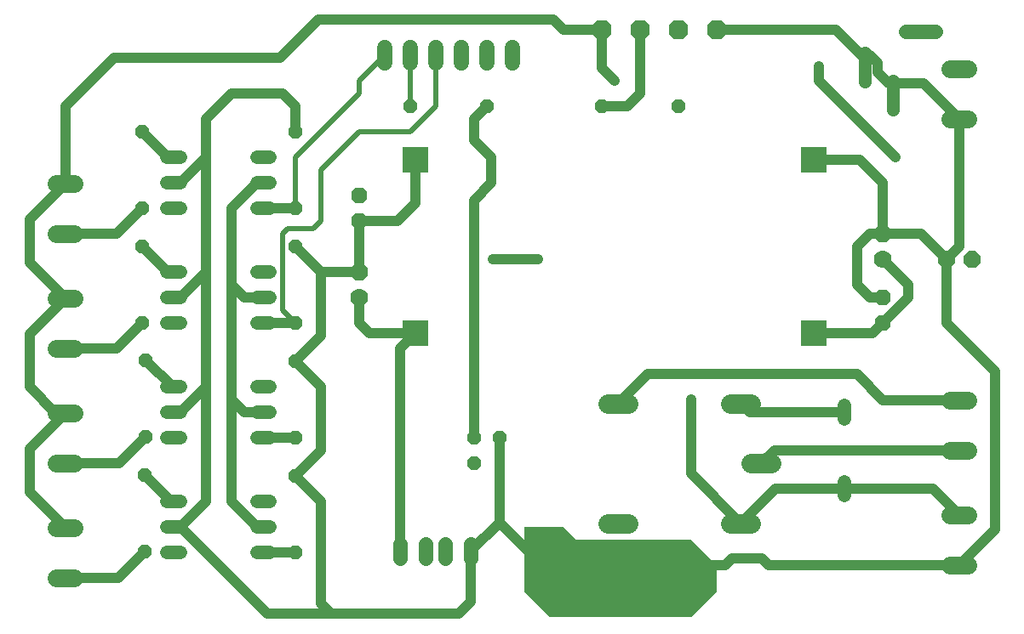
<source format=gbr>
G04 EAGLE Gerber X2 export*
%TF.Part,Single*%
%TF.FileFunction,Copper,L1,Top,Mixed*%
%TF.FilePolarity,Positive*%
%TF.GenerationSoftware,Autodesk,EAGLE,8.7.0*%
%TF.CreationDate,2018-11-07T17:36:19Z*%
G75*
%MOMM*%
%FSLAX34Y34*%
%LPD*%
%AMOC8*
5,1,8,0,0,1.08239X$1,22.5*%
G01*
%ADD10P,2.089446X8X202.500000*%
%ADD11C,1.790700*%
%ADD12P,1.924489X8X112.500000*%
%ADD13C,1.778000*%
%ADD14P,1.732040X8X292.500000*%
%ADD15P,1.732040X8X112.500000*%
%ADD16C,1.320800*%
%ADD17C,1.981200*%
%ADD18P,1.814519X8X202.500000*%
%ADD19P,1.429621X8X112.500000*%
%ADD20P,1.429621X8X292.500000*%
%ADD21P,1.429621X8X22.500000*%
%ADD22P,1.429621X8X202.500000*%
%ADD23C,1.524000*%
%ADD24R,2.500000X2.500000*%
%ADD25C,1.458000*%
%ADD26C,1.400000*%
%ADD27C,1.308000*%
%ADD28C,1.016000*%
%ADD29C,0.956400*%
%ADD30C,0.508000*%

G36*
X673174Y12337D02*
X673174Y12337D01*
X673249Y12350D01*
X673259Y12357D01*
X673269Y12359D01*
X673298Y12383D01*
X673369Y12431D01*
X698708Y37770D01*
X698748Y37835D01*
X698792Y37897D01*
X698794Y37909D01*
X698799Y37917D01*
X698803Y37954D01*
X698819Y38039D01*
X698819Y39531D01*
X698867Y39710D01*
X698869Y39748D01*
X698880Y39808D01*
X698880Y63500D01*
X698863Y63574D01*
X698850Y63649D01*
X698843Y63659D01*
X698841Y63669D01*
X698817Y63698D01*
X698769Y63769D01*
X673369Y89169D01*
X673304Y89209D01*
X673242Y89253D01*
X673230Y89255D01*
X673222Y89260D01*
X673185Y89264D01*
X673100Y89280D01*
X558958Y89280D01*
X546369Y101869D01*
X546304Y101909D01*
X546242Y101953D01*
X546230Y101955D01*
X546222Y101960D01*
X546185Y101964D01*
X546100Y101980D01*
X508000Y101980D01*
X507950Y101969D01*
X507899Y101967D01*
X507867Y101949D01*
X507831Y101941D01*
X507792Y101908D01*
X507747Y101884D01*
X507726Y101854D01*
X507698Y101831D01*
X507677Y101784D01*
X507647Y101742D01*
X507639Y101700D01*
X507627Y101672D01*
X507628Y101642D01*
X507620Y101600D01*
X507620Y38100D01*
X507637Y38026D01*
X507650Y37951D01*
X507657Y37941D01*
X507659Y37931D01*
X507683Y37902D01*
X507731Y37831D01*
X533131Y12431D01*
X533196Y12391D01*
X533258Y12347D01*
X533270Y12345D01*
X533278Y12340D01*
X533315Y12336D01*
X533400Y12320D01*
X673100Y12320D01*
X673174Y12337D01*
G37*
D10*
X584200Y596900D03*
X660400Y596900D03*
X622300Y596900D03*
D11*
X59754Y444100D02*
X41847Y444100D01*
X41847Y394100D02*
X59754Y394100D01*
X59754Y215500D02*
X41847Y215500D01*
X41847Y165500D02*
X59754Y165500D01*
D12*
X342900Y355600D03*
D13*
X342900Y330200D03*
D14*
X342900Y431800D03*
X342900Y406400D03*
D12*
X863600Y393700D03*
D13*
X863600Y368300D03*
D15*
X863600Y304800D03*
X863600Y330200D03*
D16*
X825500Y146304D02*
X825500Y133096D01*
X825500Y209296D02*
X825500Y222504D01*
D10*
X698500Y596900D03*
D17*
X733044Y165100D02*
X752856Y165100D01*
X732536Y224790D02*
X712724Y224790D01*
X712724Y105410D02*
X732536Y105410D01*
X610616Y105410D02*
X590804Y105410D01*
X590804Y224790D02*
X610616Y224790D01*
D11*
X930847Y63900D02*
X948754Y63900D01*
X948754Y113900D02*
X930847Y113900D01*
D18*
X952500Y368300D03*
X927100Y368300D03*
D11*
X930847Y178200D02*
X948754Y178200D01*
X948754Y228200D02*
X930847Y228200D01*
D16*
X165100Y127000D02*
X151892Y127000D01*
X151892Y101600D02*
X165100Y101600D01*
X241300Y101600D02*
X254508Y101600D01*
X254508Y127000D02*
X241300Y127000D01*
X165100Y76200D02*
X151892Y76200D01*
X241300Y76200D02*
X254508Y76200D01*
X165100Y241300D02*
X151892Y241300D01*
X151892Y215900D02*
X165100Y215900D01*
X241300Y215900D02*
X254508Y215900D01*
X254508Y241300D02*
X241300Y241300D01*
X165100Y190500D02*
X151892Y190500D01*
X241300Y190500D02*
X254508Y190500D01*
X165100Y355600D02*
X151892Y355600D01*
X151892Y330200D02*
X165100Y330200D01*
X241300Y330200D02*
X254508Y330200D01*
X254508Y355600D02*
X241300Y355600D01*
X165100Y304800D02*
X151892Y304800D01*
X241300Y304800D02*
X254508Y304800D01*
X165100Y469900D02*
X151892Y469900D01*
X151892Y444500D02*
X165100Y444500D01*
X241300Y444500D02*
X254508Y444500D01*
X254508Y469900D02*
X241300Y469900D01*
X165100Y419100D02*
X151892Y419100D01*
X241300Y419100D02*
X254508Y419100D01*
D11*
X930847Y508400D02*
X948754Y508400D01*
X948754Y558400D02*
X930847Y558400D01*
D19*
X129540Y77470D03*
X129540Y153670D03*
X127000Y419100D03*
X127000Y495300D03*
D20*
X279400Y495300D03*
X279400Y419100D03*
D21*
X393700Y520700D03*
X469900Y520700D03*
D20*
X279400Y152400D03*
X279400Y76200D03*
D19*
X130810Y191770D03*
X130810Y267970D03*
D20*
X279400Y266700D03*
X279400Y190500D03*
D19*
X127000Y304800D03*
X127000Y381000D03*
D20*
X279400Y381000D03*
X279400Y304800D03*
D22*
X660400Y520700D03*
X584200Y520700D03*
D11*
X59754Y329800D02*
X41847Y329800D01*
X41847Y279800D02*
X59754Y279800D01*
X59754Y101200D02*
X41847Y101200D01*
X41847Y51200D02*
X59754Y51200D01*
D23*
X495300Y563880D02*
X495300Y579120D01*
X469900Y579120D02*
X469900Y563880D01*
X444500Y563880D02*
X444500Y579120D01*
X419100Y579120D02*
X419100Y563880D01*
X393700Y563880D02*
X393700Y579120D01*
X368300Y579120D02*
X368300Y563880D01*
D22*
X482600Y190500D03*
X457200Y190500D03*
X457200Y165100D03*
D24*
X795020Y294640D03*
X795020Y467360D03*
X398780Y467360D03*
X398780Y294640D03*
D25*
X409100Y85190D02*
X409100Y70610D01*
X429100Y70610D02*
X429100Y85190D01*
X384100Y85190D02*
X384100Y70610D01*
X454100Y70610D02*
X454100Y85190D01*
D26*
X902700Y595100D02*
X916700Y595100D01*
D27*
X845700Y574640D02*
X845700Y561560D01*
X873700Y546640D02*
X873700Y533560D01*
D26*
X886700Y595100D02*
X900700Y595100D01*
D27*
X845700Y558640D02*
X845700Y545560D01*
X873700Y530640D02*
X873700Y517560D01*
D28*
X103270Y51200D02*
X50800Y51200D01*
X103270Y51200D02*
X129540Y77470D01*
X15240Y408540D02*
X50800Y444100D01*
X15240Y365360D02*
X50800Y329800D01*
X15240Y365360D02*
X15240Y408540D01*
X50800Y329800D02*
X15240Y294240D01*
X15240Y241300D01*
X41040Y215500D01*
X50800Y215500D01*
X15240Y179940D01*
X15240Y136760D02*
X50800Y101200D01*
X15240Y136760D02*
X15240Y179940D01*
X50800Y444100D02*
X50800Y520700D01*
X98960Y568860D01*
X264060Y568860D02*
X302260Y607060D01*
X264060Y568860D02*
X98960Y568860D01*
X546100Y596900D02*
X584200Y596900D01*
X546100Y596900D02*
X535940Y607060D01*
X302260Y607060D01*
X863600Y368300D02*
X889000Y342900D01*
X889000Y330200D01*
X863600Y304800D01*
X853440Y294640D02*
X795020Y294640D01*
X853440Y294640D02*
X863600Y304800D01*
X756920Y139700D02*
X722630Y105410D01*
X756920Y139700D02*
X825500Y139700D01*
X914000Y139700D02*
X939800Y113900D01*
X914000Y139700D02*
X825500Y139700D01*
D29*
X596900Y546100D03*
D28*
X584200Y558800D01*
X584200Y596900D01*
D29*
X876300Y469900D03*
D28*
X673100Y154940D02*
X722630Y105410D01*
X673100Y154940D02*
X673100Y228600D01*
D29*
X673100Y228600D03*
D28*
X876300Y469900D02*
X800100Y546100D01*
X800100Y561020D01*
D29*
X800100Y561020D03*
D28*
X165100Y127000D02*
X156210Y127000D01*
X129540Y153670D01*
X165100Y101600D02*
X190500Y127000D01*
X190500Y241300D01*
X165100Y215900D01*
X190500Y241300D02*
X190500Y355600D01*
X165100Y330200D01*
X190500Y508000D02*
X215900Y533400D01*
X190500Y469900D02*
X190500Y355600D01*
X190500Y469900D02*
X190500Y508000D01*
X190500Y469900D02*
X165100Y444500D01*
X215900Y533400D02*
X266700Y533400D01*
X279400Y520700D01*
X279400Y495300D01*
X304800Y355600D02*
X342900Y355600D01*
X279400Y152400D02*
X304800Y127000D01*
X304800Y25400D01*
X314960Y15240D01*
X454100Y27380D02*
X454100Y77900D01*
X441960Y15240D02*
X314960Y15240D01*
X441960Y15240D02*
X454100Y27380D01*
X251460Y15240D02*
X165100Y101600D01*
X251460Y15240D02*
X314960Y15240D01*
X304800Y241300D02*
X279400Y266700D01*
X304800Y241300D02*
X304800Y177800D01*
X279400Y152400D01*
X304800Y355600D02*
X279400Y381000D01*
X304800Y355600D02*
X304800Y292100D01*
X279400Y266700D01*
X342900Y355600D02*
X342900Y406400D01*
X398780Y424180D02*
X398780Y467360D01*
X398780Y424180D02*
X381000Y406400D01*
X342900Y406400D01*
X482600Y190500D02*
X482600Y106400D01*
X454100Y77900D01*
X927100Y368300D02*
X939800Y381000D01*
X939800Y508400D01*
X901700Y393700D02*
X927100Y368300D01*
X901700Y393700D02*
X863600Y393700D01*
X840740Y467360D02*
X795020Y467360D01*
X863600Y444500D02*
X863600Y393700D01*
X863600Y444500D02*
X840740Y467360D01*
X850900Y330200D02*
X863600Y330200D01*
X850900Y330200D02*
X838200Y342900D01*
X838200Y381000D01*
X850900Y393700D01*
X863600Y393700D01*
X939800Y63900D02*
X940200Y63900D01*
X975426Y99126D01*
X975428Y101602D01*
X975428Y256472D01*
X927100Y304800D02*
X927100Y368300D01*
X927100Y304800D02*
X975428Y256472D01*
X525100Y63900D02*
X482600Y106400D01*
X750477Y63900D02*
X939800Y63900D01*
X750477Y63900D02*
X743577Y70800D01*
X714383Y70800D01*
X707483Y63900D01*
X525100Y63900D01*
X812800Y596900D02*
X816900Y596900D01*
X810000Y596900D02*
X698500Y596900D01*
X904416Y543784D02*
X939800Y508400D01*
X870016Y543784D02*
X858844Y554956D01*
X858844Y564084D01*
X851144Y571784D01*
X845700Y571784D01*
X870016Y543784D02*
X904416Y543784D01*
X845700Y568100D02*
X816900Y596900D01*
X812800Y596900D02*
X810000Y596900D01*
X398780Y294640D02*
X353060Y294640D01*
X342900Y304800D01*
X342900Y330200D01*
X384100Y279960D02*
X384100Y77900D01*
X384100Y279960D02*
X398780Y294640D01*
X622300Y584200D02*
X622300Y596900D01*
X622300Y584200D02*
X622300Y558800D01*
D29*
X520700Y368300D03*
D28*
X476250Y368300D01*
D29*
X476250Y368300D03*
D28*
X622300Y533400D02*
X622300Y558800D01*
X622300Y533400D02*
X609600Y520700D01*
X584200Y520700D01*
X279400Y304800D02*
X241300Y304800D01*
D30*
X266700Y317500D02*
X279400Y304800D01*
X266700Y317500D02*
X266700Y393700D01*
X271780Y398780D01*
X297180Y398780D01*
X304800Y406400D01*
X304800Y457200D01*
X342900Y495300D01*
X393700Y495300D02*
X419100Y520700D01*
X419100Y571500D01*
X393700Y495300D02*
X342900Y495300D01*
D28*
X104540Y165500D02*
X50800Y165500D01*
X104540Y165500D02*
X130810Y191770D01*
X157480Y241300D02*
X165100Y241300D01*
X157480Y241300D02*
X130810Y267970D01*
X102000Y279800D02*
X50800Y279800D01*
X102000Y279800D02*
X127000Y304800D01*
X152400Y355600D02*
X165100Y355600D01*
X152400Y355600D02*
X127000Y381000D01*
X241300Y76200D02*
X279400Y76200D01*
X279400Y190500D02*
X241300Y190500D01*
D30*
X393700Y520700D02*
X393700Y571500D01*
D28*
X102000Y394100D02*
X50800Y394100D01*
X102000Y394100D02*
X127000Y419100D01*
X152400Y469900D02*
X165100Y469900D01*
X152400Y469900D02*
X127000Y495300D01*
X731520Y215900D02*
X825500Y215900D01*
X731520Y215900D02*
X722630Y224790D01*
X457200Y508000D02*
X469900Y520700D01*
X457200Y427134D02*
X457200Y190500D01*
X457200Y427134D02*
X474740Y444674D01*
X474740Y469726D01*
X457200Y487266D01*
X457200Y508000D01*
X864000Y228200D02*
X939800Y228200D01*
X864000Y228200D02*
X838200Y254000D01*
X629920Y254000D02*
X600710Y224790D01*
X629920Y254000D02*
X838200Y254000D01*
X756050Y178200D02*
X742950Y165100D01*
X756050Y178200D02*
X939800Y178200D01*
X279400Y419100D02*
X241300Y419100D01*
D30*
X279400Y419100D02*
X279400Y469900D01*
X342900Y533400D02*
X342900Y546100D01*
X368300Y571500D01*
X342900Y533400D02*
X279400Y469900D01*
D28*
X241300Y444500D02*
X215900Y419100D01*
X215900Y127000D02*
X241300Y101600D01*
X215900Y127000D02*
X215900Y228600D01*
X215900Y342900D01*
X215900Y419100D01*
X228600Y215900D02*
X241300Y215900D01*
X228600Y215900D02*
X215900Y228600D01*
X228600Y330200D02*
X241300Y330200D01*
X228600Y330200D02*
X215900Y342900D01*
M02*

</source>
